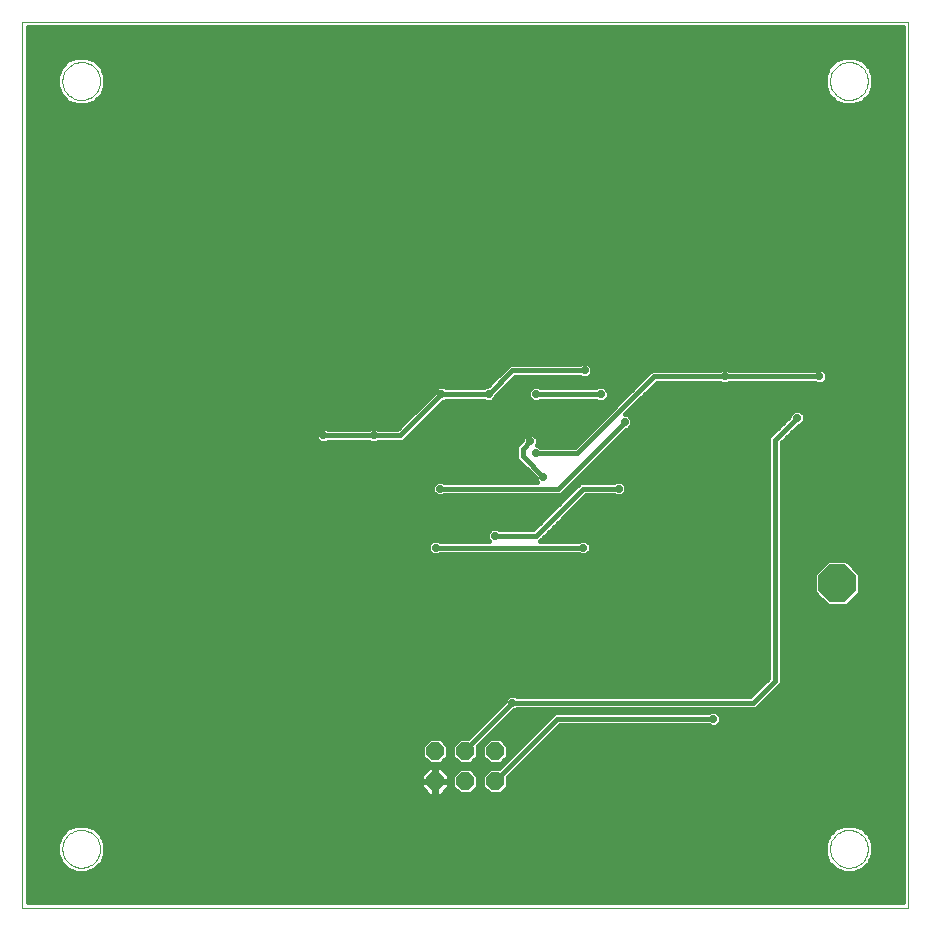
<source format=gbl>
G75*
G70*
%OFA0B0*%
%FSLAX24Y24*%
%IPPOS*%
%LPD*%
%AMOC8*
5,1,8,0,0,1.08239X$1,22.5*
%
%ADD10C,0.0000*%
%ADD11OC8,0.0600*%
%ADD12OC8,0.1250*%
%ADD13C,0.0160*%
%ADD14OC8,0.0240*%
D10*
X000637Y000574D02*
X030165Y000574D01*
X030165Y030101D01*
X000637Y030101D01*
X000637Y000574D01*
X001976Y002542D02*
X001978Y002592D01*
X001984Y002642D01*
X001994Y002691D01*
X002008Y002739D01*
X002025Y002786D01*
X002046Y002831D01*
X002071Y002875D01*
X002099Y002916D01*
X002131Y002955D01*
X002165Y002992D01*
X002202Y003026D01*
X002242Y003056D01*
X002284Y003083D01*
X002328Y003107D01*
X002374Y003128D01*
X002421Y003144D01*
X002469Y003157D01*
X002519Y003166D01*
X002568Y003171D01*
X002619Y003172D01*
X002669Y003169D01*
X002718Y003162D01*
X002767Y003151D01*
X002815Y003136D01*
X002861Y003118D01*
X002906Y003096D01*
X002949Y003070D01*
X002990Y003041D01*
X003029Y003009D01*
X003065Y002974D01*
X003097Y002936D01*
X003127Y002896D01*
X003154Y002853D01*
X003177Y002809D01*
X003196Y002763D01*
X003212Y002715D01*
X003224Y002666D01*
X003232Y002617D01*
X003236Y002567D01*
X003236Y002517D01*
X003232Y002467D01*
X003224Y002418D01*
X003212Y002369D01*
X003196Y002321D01*
X003177Y002275D01*
X003154Y002231D01*
X003127Y002188D01*
X003097Y002148D01*
X003065Y002110D01*
X003029Y002075D01*
X002990Y002043D01*
X002949Y002014D01*
X002906Y001988D01*
X002861Y001966D01*
X002815Y001948D01*
X002767Y001933D01*
X002718Y001922D01*
X002669Y001915D01*
X002619Y001912D01*
X002568Y001913D01*
X002519Y001918D01*
X002469Y001927D01*
X002421Y001940D01*
X002374Y001956D01*
X002328Y001977D01*
X002284Y002001D01*
X002242Y002028D01*
X002202Y002058D01*
X002165Y002092D01*
X002131Y002129D01*
X002099Y002168D01*
X002071Y002209D01*
X002046Y002253D01*
X002025Y002298D01*
X002008Y002345D01*
X001994Y002393D01*
X001984Y002442D01*
X001978Y002492D01*
X001976Y002542D01*
X001976Y028133D02*
X001978Y028183D01*
X001984Y028233D01*
X001994Y028282D01*
X002008Y028330D01*
X002025Y028377D01*
X002046Y028422D01*
X002071Y028466D01*
X002099Y028507D01*
X002131Y028546D01*
X002165Y028583D01*
X002202Y028617D01*
X002242Y028647D01*
X002284Y028674D01*
X002328Y028698D01*
X002374Y028719D01*
X002421Y028735D01*
X002469Y028748D01*
X002519Y028757D01*
X002568Y028762D01*
X002619Y028763D01*
X002669Y028760D01*
X002718Y028753D01*
X002767Y028742D01*
X002815Y028727D01*
X002861Y028709D01*
X002906Y028687D01*
X002949Y028661D01*
X002990Y028632D01*
X003029Y028600D01*
X003065Y028565D01*
X003097Y028527D01*
X003127Y028487D01*
X003154Y028444D01*
X003177Y028400D01*
X003196Y028354D01*
X003212Y028306D01*
X003224Y028257D01*
X003232Y028208D01*
X003236Y028158D01*
X003236Y028108D01*
X003232Y028058D01*
X003224Y028009D01*
X003212Y027960D01*
X003196Y027912D01*
X003177Y027866D01*
X003154Y027822D01*
X003127Y027779D01*
X003097Y027739D01*
X003065Y027701D01*
X003029Y027666D01*
X002990Y027634D01*
X002949Y027605D01*
X002906Y027579D01*
X002861Y027557D01*
X002815Y027539D01*
X002767Y027524D01*
X002718Y027513D01*
X002669Y027506D01*
X002619Y027503D01*
X002568Y027504D01*
X002519Y027509D01*
X002469Y027518D01*
X002421Y027531D01*
X002374Y027547D01*
X002328Y027568D01*
X002284Y027592D01*
X002242Y027619D01*
X002202Y027649D01*
X002165Y027683D01*
X002131Y027720D01*
X002099Y027759D01*
X002071Y027800D01*
X002046Y027844D01*
X002025Y027889D01*
X002008Y027936D01*
X001994Y027984D01*
X001984Y028033D01*
X001978Y028083D01*
X001976Y028133D01*
X027566Y028133D02*
X027568Y028183D01*
X027574Y028233D01*
X027584Y028282D01*
X027598Y028330D01*
X027615Y028377D01*
X027636Y028422D01*
X027661Y028466D01*
X027689Y028507D01*
X027721Y028546D01*
X027755Y028583D01*
X027792Y028617D01*
X027832Y028647D01*
X027874Y028674D01*
X027918Y028698D01*
X027964Y028719D01*
X028011Y028735D01*
X028059Y028748D01*
X028109Y028757D01*
X028158Y028762D01*
X028209Y028763D01*
X028259Y028760D01*
X028308Y028753D01*
X028357Y028742D01*
X028405Y028727D01*
X028451Y028709D01*
X028496Y028687D01*
X028539Y028661D01*
X028580Y028632D01*
X028619Y028600D01*
X028655Y028565D01*
X028687Y028527D01*
X028717Y028487D01*
X028744Y028444D01*
X028767Y028400D01*
X028786Y028354D01*
X028802Y028306D01*
X028814Y028257D01*
X028822Y028208D01*
X028826Y028158D01*
X028826Y028108D01*
X028822Y028058D01*
X028814Y028009D01*
X028802Y027960D01*
X028786Y027912D01*
X028767Y027866D01*
X028744Y027822D01*
X028717Y027779D01*
X028687Y027739D01*
X028655Y027701D01*
X028619Y027666D01*
X028580Y027634D01*
X028539Y027605D01*
X028496Y027579D01*
X028451Y027557D01*
X028405Y027539D01*
X028357Y027524D01*
X028308Y027513D01*
X028259Y027506D01*
X028209Y027503D01*
X028158Y027504D01*
X028109Y027509D01*
X028059Y027518D01*
X028011Y027531D01*
X027964Y027547D01*
X027918Y027568D01*
X027874Y027592D01*
X027832Y027619D01*
X027792Y027649D01*
X027755Y027683D01*
X027721Y027720D01*
X027689Y027759D01*
X027661Y027800D01*
X027636Y027844D01*
X027615Y027889D01*
X027598Y027936D01*
X027584Y027984D01*
X027574Y028033D01*
X027568Y028083D01*
X027566Y028133D01*
X027566Y002542D02*
X027568Y002592D01*
X027574Y002642D01*
X027584Y002691D01*
X027598Y002739D01*
X027615Y002786D01*
X027636Y002831D01*
X027661Y002875D01*
X027689Y002916D01*
X027721Y002955D01*
X027755Y002992D01*
X027792Y003026D01*
X027832Y003056D01*
X027874Y003083D01*
X027918Y003107D01*
X027964Y003128D01*
X028011Y003144D01*
X028059Y003157D01*
X028109Y003166D01*
X028158Y003171D01*
X028209Y003172D01*
X028259Y003169D01*
X028308Y003162D01*
X028357Y003151D01*
X028405Y003136D01*
X028451Y003118D01*
X028496Y003096D01*
X028539Y003070D01*
X028580Y003041D01*
X028619Y003009D01*
X028655Y002974D01*
X028687Y002936D01*
X028717Y002896D01*
X028744Y002853D01*
X028767Y002809D01*
X028786Y002763D01*
X028802Y002715D01*
X028814Y002666D01*
X028822Y002617D01*
X028826Y002567D01*
X028826Y002517D01*
X028822Y002467D01*
X028814Y002418D01*
X028802Y002369D01*
X028786Y002321D01*
X028767Y002275D01*
X028744Y002231D01*
X028717Y002188D01*
X028687Y002148D01*
X028655Y002110D01*
X028619Y002075D01*
X028580Y002043D01*
X028539Y002014D01*
X028496Y001988D01*
X028451Y001966D01*
X028405Y001948D01*
X028357Y001933D01*
X028308Y001922D01*
X028259Y001915D01*
X028209Y001912D01*
X028158Y001913D01*
X028109Y001918D01*
X028059Y001927D01*
X028011Y001940D01*
X027964Y001956D01*
X027918Y001977D01*
X027874Y002001D01*
X027832Y002028D01*
X027792Y002058D01*
X027755Y002092D01*
X027721Y002129D01*
X027689Y002168D01*
X027661Y002209D01*
X027636Y002253D01*
X027615Y002298D01*
X027598Y002345D01*
X027584Y002393D01*
X027574Y002442D01*
X027568Y002492D01*
X027566Y002542D01*
D11*
X016401Y004798D03*
X016401Y005798D03*
X015401Y005798D03*
X015401Y004798D03*
X014401Y004798D03*
X014401Y005798D03*
D12*
X027802Y011400D03*
D13*
X027245Y010876D02*
X025955Y010876D01*
X025955Y010718D02*
X027403Y010718D01*
X027485Y010635D02*
X028119Y010635D01*
X028567Y011084D01*
X028567Y011717D01*
X028119Y012165D01*
X027485Y012165D01*
X027037Y011717D01*
X027037Y011084D01*
X027485Y010635D01*
X027086Y011035D02*
X025955Y011035D01*
X025955Y011193D02*
X027037Y011193D01*
X027037Y011352D02*
X025955Y011352D01*
X025955Y011510D02*
X027037Y011510D01*
X027037Y011669D02*
X025955Y011669D01*
X025955Y011827D02*
X027147Y011827D01*
X027306Y011986D02*
X025955Y011986D01*
X025955Y012144D02*
X027464Y012144D01*
X028140Y012144D02*
X029985Y012144D01*
X029985Y011986D02*
X028299Y011986D01*
X028457Y011827D02*
X029985Y011827D01*
X029985Y011669D02*
X028567Y011669D01*
X028567Y011510D02*
X029985Y011510D01*
X029985Y011352D02*
X028567Y011352D01*
X028567Y011193D02*
X029985Y011193D01*
X029985Y011035D02*
X028518Y011035D01*
X028360Y010876D02*
X029985Y010876D01*
X029985Y010718D02*
X028201Y010718D01*
X029985Y010559D02*
X025955Y010559D01*
X025955Y010401D02*
X029985Y010401D01*
X029985Y010242D02*
X025955Y010242D01*
X025955Y010084D02*
X029985Y010084D01*
X029985Y009925D02*
X025955Y009925D01*
X025955Y009767D02*
X029985Y009767D01*
X029985Y009608D02*
X025955Y009608D01*
X025955Y009450D02*
X029985Y009450D01*
X029985Y009291D02*
X025955Y009291D01*
X025955Y009133D02*
X029985Y009133D01*
X029985Y008974D02*
X025955Y008974D01*
X025955Y008816D02*
X029985Y008816D01*
X029985Y008657D02*
X025955Y008657D01*
X025955Y008499D02*
X029985Y008499D01*
X029985Y008340D02*
X025955Y008340D01*
X025955Y008182D02*
X029985Y008182D01*
X029985Y008023D02*
X025917Y008023D01*
X025955Y008061D02*
X025955Y016083D01*
X026525Y016652D01*
X026581Y016652D01*
X026734Y016805D01*
X026734Y017020D01*
X026581Y017172D01*
X026366Y017172D01*
X026214Y017020D01*
X026214Y016963D01*
X025644Y016394D01*
X025515Y016265D01*
X025515Y008244D01*
X024906Y007634D01*
X017123Y007634D01*
X017083Y007674D01*
X016868Y007674D01*
X016716Y007522D01*
X016716Y007465D01*
X015488Y006238D01*
X015219Y006238D01*
X014961Y005980D01*
X014961Y005616D01*
X015219Y005358D01*
X015583Y005358D01*
X015841Y005616D01*
X015841Y005968D01*
X017027Y007154D01*
X017083Y007154D01*
X017123Y007194D01*
X025088Y007194D01*
X025955Y008061D01*
X025735Y008152D02*
X024997Y007414D01*
X016976Y007414D01*
X015401Y005839D01*
X015401Y005798D01*
X015712Y005487D02*
X016089Y005487D01*
X015961Y005616D02*
X016219Y005358D01*
X016583Y005358D01*
X016841Y005616D01*
X016841Y005980D01*
X016583Y006238D01*
X016219Y006238D01*
X015961Y005980D01*
X015961Y005616D01*
X015961Y005646D02*
X015841Y005646D01*
X015841Y005804D02*
X015961Y005804D01*
X015961Y005963D02*
X015841Y005963D01*
X015994Y006121D02*
X016102Y006121D01*
X016152Y006280D02*
X017571Y006280D01*
X017730Y006438D02*
X016311Y006438D01*
X016469Y006597D02*
X017888Y006597D01*
X018047Y006755D02*
X016628Y006755D01*
X016786Y006914D02*
X018205Y006914D01*
X018364Y007072D02*
X016945Y007072D01*
X016639Y007389D02*
X000817Y007389D01*
X000817Y007231D02*
X016481Y007231D01*
X016322Y007072D02*
X000817Y007072D01*
X000817Y006914D02*
X016164Y006914D01*
X016005Y006755D02*
X000817Y006755D01*
X000817Y006597D02*
X015847Y006597D01*
X015688Y006438D02*
X000817Y006438D01*
X000817Y006280D02*
X015530Y006280D01*
X015102Y006121D02*
X014700Y006121D01*
X014583Y006238D02*
X014219Y006238D01*
X013961Y005980D01*
X013961Y005616D01*
X014219Y005358D01*
X014583Y005358D01*
X014841Y005616D01*
X014841Y005980D01*
X014583Y006238D01*
X014841Y005963D02*
X014961Y005963D01*
X014961Y005804D02*
X014841Y005804D01*
X014841Y005646D02*
X014961Y005646D01*
X015089Y005487D02*
X014712Y005487D01*
X014600Y005278D02*
X014421Y005278D01*
X014421Y004818D01*
X014881Y004818D01*
X014881Y004997D01*
X014600Y005278D01*
X014707Y005170D02*
X015151Y005170D01*
X015219Y005238D02*
X014961Y004980D01*
X014961Y004616D01*
X015219Y004358D01*
X015583Y004358D01*
X015841Y004616D01*
X015841Y004980D01*
X015583Y005238D01*
X015219Y005238D01*
X014992Y005012D02*
X014866Y005012D01*
X014881Y004853D02*
X014961Y004853D01*
X014881Y004778D02*
X014421Y004778D01*
X014421Y004818D01*
X014381Y004818D01*
X014381Y005278D01*
X014202Y005278D01*
X013921Y004997D01*
X013921Y004818D01*
X014381Y004818D01*
X014381Y004778D01*
X014421Y004778D01*
X014421Y004318D01*
X014600Y004318D01*
X014881Y004599D01*
X014881Y004778D01*
X014881Y004695D02*
X014961Y004695D01*
X015040Y004536D02*
X014818Y004536D01*
X014659Y004378D02*
X015199Y004378D01*
X015603Y004378D02*
X016199Y004378D01*
X016219Y004358D02*
X016583Y004358D01*
X016841Y004616D01*
X016841Y004927D01*
X018567Y006653D01*
X023521Y006653D01*
X023561Y006613D01*
X023776Y006613D01*
X023928Y006765D01*
X023928Y006981D01*
X023776Y007133D01*
X023561Y007133D01*
X023521Y007093D01*
X018384Y007093D01*
X016530Y005238D01*
X016219Y005238D01*
X015961Y004980D01*
X015961Y004616D01*
X016219Y004358D01*
X016040Y004536D02*
X015761Y004536D01*
X015841Y004695D02*
X015961Y004695D01*
X015961Y004853D02*
X015841Y004853D01*
X015809Y005012D02*
X015992Y005012D01*
X016151Y005170D02*
X015651Y005170D01*
X016401Y004798D02*
X018476Y006873D01*
X023668Y006873D01*
X023837Y007072D02*
X029985Y007072D01*
X029985Y006914D02*
X023928Y006914D01*
X023918Y006755D02*
X029985Y006755D01*
X029985Y006597D02*
X018511Y006597D01*
X018352Y006438D02*
X029985Y006438D01*
X029985Y006280D02*
X018194Y006280D01*
X018035Y006121D02*
X029985Y006121D01*
X029985Y005963D02*
X017877Y005963D01*
X017718Y005804D02*
X029985Y005804D01*
X029985Y005646D02*
X017560Y005646D01*
X017401Y005487D02*
X029985Y005487D01*
X029985Y005329D02*
X017243Y005329D01*
X017084Y005170D02*
X029985Y005170D01*
X029985Y005012D02*
X016926Y005012D01*
X016841Y004853D02*
X029985Y004853D01*
X029985Y004695D02*
X016841Y004695D01*
X016761Y004536D02*
X029985Y004536D01*
X029985Y004378D02*
X016603Y004378D01*
X016620Y005329D02*
X000817Y005329D01*
X000817Y005487D02*
X014089Y005487D01*
X013961Y005646D02*
X000817Y005646D01*
X000817Y005804D02*
X013961Y005804D01*
X013961Y005963D02*
X000817Y005963D01*
X000817Y006121D02*
X014102Y006121D01*
X014094Y005170D02*
X000817Y005170D01*
X000817Y005012D02*
X013936Y005012D01*
X013921Y004853D02*
X000817Y004853D01*
X000817Y004695D02*
X013921Y004695D01*
X013921Y004778D02*
X013921Y004599D01*
X014202Y004318D01*
X014381Y004318D01*
X014381Y004778D01*
X013921Y004778D01*
X013984Y004536D02*
X000817Y004536D01*
X000817Y004378D02*
X014142Y004378D01*
X014381Y004378D02*
X014421Y004378D01*
X014421Y004536D02*
X014381Y004536D01*
X014381Y004695D02*
X014421Y004695D01*
X014421Y004853D02*
X014381Y004853D01*
X014381Y005012D02*
X014421Y005012D01*
X014421Y005170D02*
X014381Y005170D01*
X016712Y005487D02*
X016779Y005487D01*
X016841Y005646D02*
X016937Y005646D01*
X016841Y005804D02*
X017096Y005804D01*
X017254Y005963D02*
X016841Y005963D01*
X016700Y006121D02*
X017413Y006121D01*
X016741Y007548D02*
X000817Y007548D01*
X000817Y007706D02*
X024978Y007706D01*
X025137Y007865D02*
X000817Y007865D01*
X000817Y008023D02*
X025295Y008023D01*
X025454Y008182D02*
X000817Y008182D01*
X000817Y008340D02*
X025515Y008340D01*
X025515Y008499D02*
X000817Y008499D01*
X000817Y008657D02*
X025515Y008657D01*
X025515Y008816D02*
X000817Y008816D01*
X000817Y008974D02*
X025515Y008974D01*
X025515Y009133D02*
X000817Y009133D01*
X000817Y009291D02*
X025515Y009291D01*
X025515Y009450D02*
X000817Y009450D01*
X000817Y009608D02*
X025515Y009608D01*
X025515Y009767D02*
X000817Y009767D01*
X000817Y009925D02*
X025515Y009925D01*
X025515Y010084D02*
X000817Y010084D01*
X000817Y010242D02*
X025515Y010242D01*
X025515Y010401D02*
X000817Y010401D01*
X000817Y010559D02*
X025515Y010559D01*
X025515Y010718D02*
X000817Y010718D01*
X000817Y010876D02*
X025515Y010876D01*
X025515Y011035D02*
X000817Y011035D01*
X000817Y011193D02*
X025515Y011193D01*
X025515Y011352D02*
X000817Y011352D01*
X000817Y011510D02*
X025515Y011510D01*
X025515Y011669D02*
X000817Y011669D01*
X000817Y011827D02*
X025515Y011827D01*
X025515Y011986D02*
X000817Y011986D01*
X000817Y012144D02*
X025515Y012144D01*
X025515Y012303D02*
X000817Y012303D01*
X000817Y012461D02*
X014169Y012461D01*
X014157Y012474D02*
X014309Y012322D01*
X014524Y012322D01*
X014564Y012362D01*
X019190Y012362D01*
X019230Y012322D01*
X019445Y012322D01*
X019598Y012474D01*
X019598Y012689D01*
X019445Y012842D01*
X019230Y012842D01*
X019190Y012802D01*
X017900Y012802D01*
X017983Y012884D01*
X019429Y014330D01*
X020371Y014330D01*
X020411Y014290D01*
X020627Y014290D01*
X020779Y014442D01*
X020779Y014658D01*
X020627Y014810D01*
X020411Y014810D01*
X020371Y014770D01*
X019247Y014770D01*
X017672Y013195D01*
X016533Y013195D01*
X016493Y013235D01*
X016277Y013235D01*
X016125Y013083D01*
X016125Y012868D01*
X016191Y012802D01*
X014564Y012802D01*
X014524Y012842D01*
X014309Y012842D01*
X014157Y012689D01*
X014157Y012474D01*
X014157Y012620D02*
X000817Y012620D01*
X000817Y012778D02*
X014245Y012778D01*
X014417Y012582D02*
X019338Y012582D01*
X019509Y012778D02*
X025515Y012778D01*
X025515Y012620D02*
X019598Y012620D01*
X019585Y012461D02*
X025515Y012461D01*
X025955Y012461D02*
X029985Y012461D01*
X029985Y012303D02*
X025955Y012303D01*
X025955Y012620D02*
X029985Y012620D01*
X029985Y012778D02*
X025955Y012778D01*
X025955Y012937D02*
X029985Y012937D01*
X029985Y013095D02*
X025955Y013095D01*
X025955Y013254D02*
X029985Y013254D01*
X029985Y013412D02*
X025955Y013412D01*
X025955Y013571D02*
X029985Y013571D01*
X029985Y013729D02*
X025955Y013729D01*
X025955Y013888D02*
X029985Y013888D01*
X029985Y014046D02*
X025955Y014046D01*
X025955Y014205D02*
X029985Y014205D01*
X029985Y014363D02*
X025955Y014363D01*
X025955Y014522D02*
X029985Y014522D01*
X029985Y014680D02*
X025955Y014680D01*
X025955Y014839D02*
X029985Y014839D01*
X029985Y014997D02*
X025955Y014997D01*
X025955Y015156D02*
X029985Y015156D01*
X029985Y015314D02*
X025955Y015314D01*
X025955Y015473D02*
X029985Y015473D01*
X029985Y015631D02*
X025955Y015631D01*
X025955Y015790D02*
X029985Y015790D01*
X029985Y015948D02*
X025955Y015948D01*
X025979Y016107D02*
X029985Y016107D01*
X029985Y016265D02*
X026138Y016265D01*
X026296Y016424D02*
X029985Y016424D01*
X029985Y016582D02*
X026455Y016582D01*
X026670Y016741D02*
X029985Y016741D01*
X029985Y016899D02*
X026734Y016899D01*
X026696Y017058D02*
X029985Y017058D01*
X029985Y017216D02*
X020937Y017216D01*
X020823Y017025D02*
X020746Y017025D01*
X021791Y018070D01*
X023914Y018070D01*
X023954Y018030D01*
X024170Y018030D01*
X024210Y018070D01*
X027064Y018070D01*
X027104Y018030D01*
X027319Y018030D01*
X027472Y018183D01*
X027472Y018398D01*
X027319Y018550D01*
X027104Y018550D01*
X027064Y018510D01*
X024210Y018510D01*
X024170Y018550D01*
X023954Y018550D01*
X023914Y018510D01*
X021609Y018510D01*
X019050Y015951D01*
X017911Y015951D01*
X017871Y015991D01*
X017800Y015991D01*
X017826Y016017D01*
X017826Y016233D01*
X017674Y016385D01*
X017458Y016385D01*
X017306Y016233D01*
X017306Y016176D01*
X017229Y016099D01*
X017100Y015970D01*
X017100Y015542D01*
X017749Y014893D01*
X017749Y014836D01*
X017815Y014770D01*
X014712Y014770D01*
X014672Y014810D01*
X014456Y014810D01*
X014304Y014658D01*
X014304Y014442D01*
X014456Y014290D01*
X014672Y014290D01*
X014712Y014330D01*
X018592Y014330D01*
X020767Y016505D01*
X020823Y016505D01*
X020976Y016657D01*
X020976Y016872D01*
X020823Y017025D01*
X020779Y017058D02*
X026251Y017058D01*
X026149Y016899D02*
X020949Y016899D01*
X020976Y016741D02*
X025991Y016741D01*
X025832Y016582D02*
X020901Y016582D01*
X020716Y016765D02*
X018501Y014550D01*
X014564Y014550D01*
X014383Y014363D02*
X000817Y014363D01*
X000817Y014205D02*
X018681Y014205D01*
X018625Y014363D02*
X018840Y014363D01*
X018784Y014522D02*
X018998Y014522D01*
X018942Y014680D02*
X019157Y014680D01*
X019101Y014839D02*
X025515Y014839D01*
X025515Y014997D02*
X019259Y014997D01*
X019418Y015156D02*
X025515Y015156D01*
X025515Y015314D02*
X019576Y015314D01*
X019735Y015473D02*
X025515Y015473D01*
X025515Y015631D02*
X019893Y015631D01*
X020052Y015790D02*
X025515Y015790D01*
X025515Y015948D02*
X020210Y015948D01*
X020369Y016107D02*
X025515Y016107D01*
X025515Y016265D02*
X020527Y016265D01*
X020686Y016424D02*
X025674Y016424D01*
X025644Y016394D02*
X025644Y016394D01*
X025735Y016174D02*
X025735Y008152D01*
X025759Y007865D02*
X029985Y007865D01*
X029985Y007706D02*
X025600Y007706D01*
X025442Y007548D02*
X029985Y007548D01*
X029985Y007389D02*
X025283Y007389D01*
X025125Y007231D02*
X029985Y007231D01*
X029985Y004219D02*
X000817Y004219D01*
X000817Y004061D02*
X029985Y004061D01*
X029985Y003902D02*
X000817Y003902D01*
X000817Y003744D02*
X029985Y003744D01*
X029985Y003585D02*
X000817Y003585D01*
X000817Y003427D02*
X029985Y003427D01*
X029985Y003268D02*
X028560Y003268D01*
X028655Y003229D02*
X028357Y003352D01*
X028035Y003352D01*
X027737Y003229D01*
X027509Y003001D01*
X027386Y002703D01*
X027386Y002381D01*
X027509Y002083D01*
X027737Y001856D01*
X028035Y001732D01*
X028357Y001732D01*
X028655Y001856D01*
X028883Y002083D01*
X029006Y002381D01*
X029006Y002703D01*
X028883Y003001D01*
X028655Y003229D01*
X028774Y003110D02*
X029985Y003110D01*
X029985Y002951D02*
X028903Y002951D01*
X028969Y002793D02*
X029985Y002793D01*
X029985Y002634D02*
X029006Y002634D01*
X029006Y002476D02*
X029985Y002476D01*
X029985Y002317D02*
X028980Y002317D01*
X028914Y002159D02*
X029985Y002159D01*
X029985Y002000D02*
X028799Y002000D01*
X028621Y001842D02*
X029985Y001842D01*
X029985Y001683D02*
X000817Y001683D01*
X000817Y001525D02*
X029985Y001525D01*
X029985Y001366D02*
X000817Y001366D01*
X000817Y001208D02*
X029985Y001208D01*
X029985Y001049D02*
X000817Y001049D01*
X000817Y000891D02*
X029985Y000891D01*
X029985Y000754D02*
X000817Y000754D01*
X000817Y029921D01*
X029985Y029921D01*
X029985Y000754D01*
X027771Y001842D02*
X003031Y001842D01*
X003064Y001856D02*
X003292Y002083D01*
X003415Y002381D01*
X003415Y002703D01*
X003292Y003001D01*
X003064Y003229D01*
X002767Y003352D01*
X002444Y003352D01*
X002147Y003229D01*
X001919Y003001D01*
X001796Y002703D01*
X001796Y002381D01*
X001919Y002083D01*
X002147Y001856D01*
X002444Y001732D01*
X002767Y001732D01*
X003064Y001856D01*
X003209Y002000D02*
X027593Y002000D01*
X027478Y002159D02*
X003323Y002159D01*
X003389Y002317D02*
X027413Y002317D01*
X027386Y002476D02*
X003415Y002476D01*
X003415Y002634D02*
X027386Y002634D01*
X027423Y002793D02*
X003378Y002793D01*
X003313Y002951D02*
X027489Y002951D01*
X027618Y003110D02*
X003183Y003110D01*
X002969Y003268D02*
X027832Y003268D01*
X025515Y012937D02*
X018036Y012937D01*
X018194Y013095D02*
X025515Y013095D01*
X025515Y013254D02*
X018353Y013254D01*
X018511Y013412D02*
X025515Y013412D01*
X025515Y013571D02*
X018670Y013571D01*
X018828Y013729D02*
X025515Y013729D01*
X025515Y013888D02*
X018987Y013888D01*
X019145Y014046D02*
X025515Y014046D01*
X025515Y014205D02*
X019304Y014205D01*
X019338Y014550D02*
X017763Y012975D01*
X016385Y012975D01*
X016125Y012937D02*
X000817Y012937D01*
X000817Y013095D02*
X016137Y013095D01*
X017730Y013254D02*
X000817Y013254D01*
X000817Y013412D02*
X017889Y013412D01*
X018047Y013571D02*
X000817Y013571D01*
X000817Y013729D02*
X018206Y013729D01*
X018364Y013888D02*
X000817Y013888D01*
X000817Y014046D02*
X018523Y014046D01*
X019338Y014550D02*
X020519Y014550D01*
X020700Y014363D02*
X025515Y014363D01*
X025515Y014522D02*
X020779Y014522D01*
X020756Y014680D02*
X025515Y014680D01*
X025735Y016174D02*
X026474Y016912D01*
X027212Y018290D02*
X024062Y018290D01*
X021700Y018290D01*
X019141Y015731D01*
X017763Y015731D01*
X017826Y016107D02*
X019205Y016107D01*
X019364Y016265D02*
X017793Y016265D01*
X017566Y016125D02*
X017320Y015879D01*
X017320Y015633D01*
X018009Y014944D01*
X017749Y014839D02*
X000817Y014839D01*
X000817Y014997D02*
X017644Y014997D01*
X017486Y015156D02*
X000817Y015156D01*
X000817Y015314D02*
X017327Y015314D01*
X017169Y015473D02*
X000817Y015473D01*
X000817Y015631D02*
X017100Y015631D01*
X017100Y015790D02*
X000817Y015790D01*
X000817Y015948D02*
X017100Y015948D01*
X017237Y016107D02*
X013332Y016107D01*
X013327Y016102D02*
X014665Y017440D01*
X014721Y017440D01*
X014761Y017480D01*
X016040Y017480D01*
X016080Y017440D01*
X016296Y017440D01*
X016448Y017592D01*
X016448Y017649D01*
X017067Y018267D01*
X019239Y018267D01*
X019279Y018227D01*
X019495Y018227D01*
X019647Y018379D01*
X019647Y018595D01*
X019495Y018747D01*
X019279Y018747D01*
X019239Y018707D01*
X016884Y018707D01*
X016137Y017960D01*
X016080Y017960D01*
X016040Y017920D01*
X014761Y017920D01*
X014721Y017960D01*
X014506Y017960D01*
X014353Y017807D01*
X014353Y017751D01*
X013144Y016542D01*
X012497Y016542D01*
X012457Y016582D01*
X012242Y016582D01*
X012202Y016542D01*
X010824Y016542D01*
X010784Y016582D01*
X010569Y016582D01*
X010416Y016429D01*
X010416Y016214D01*
X010569Y016062D01*
X010784Y016062D01*
X010824Y016102D01*
X012202Y016102D01*
X012242Y016062D01*
X012457Y016062D01*
X012497Y016102D01*
X013327Y016102D01*
X013490Y016265D02*
X017339Y016265D01*
X017655Y017440D02*
X017871Y017440D01*
X017911Y017480D01*
X019781Y017480D01*
X019821Y017440D01*
X020036Y017440D01*
X020188Y017592D01*
X020188Y017807D01*
X020036Y017960D01*
X019821Y017960D01*
X019781Y017920D01*
X017911Y017920D01*
X017871Y017960D01*
X017655Y017960D01*
X017503Y017807D01*
X017503Y017592D01*
X017655Y017440D01*
X017562Y017533D02*
X016389Y017533D01*
X016491Y017692D02*
X017503Y017692D01*
X017546Y017850D02*
X016650Y017850D01*
X016808Y018009D02*
X021107Y018009D01*
X020949Y017850D02*
X020145Y017850D01*
X020188Y017692D02*
X020790Y017692D01*
X020632Y017533D02*
X020130Y017533D01*
X019928Y017700D02*
X017763Y017700D01*
X016967Y018167D02*
X021266Y018167D01*
X021424Y018326D02*
X019593Y018326D01*
X019647Y018484D02*
X021583Y018484D01*
X021730Y018009D02*
X029985Y018009D01*
X029985Y018167D02*
X027456Y018167D01*
X027472Y018326D02*
X029985Y018326D01*
X029985Y018484D02*
X027386Y018484D01*
X029985Y018643D02*
X019599Y018643D01*
X019387Y018487D02*
X016976Y018487D01*
X016188Y017700D01*
X014613Y017700D01*
X013235Y016322D01*
X012350Y016322D01*
X010676Y016322D01*
X010524Y016107D02*
X000817Y016107D01*
X000817Y016265D02*
X010416Y016265D01*
X010416Y016424D02*
X000817Y016424D01*
X000817Y016582D02*
X013185Y016582D01*
X013343Y016741D02*
X000817Y016741D01*
X000817Y016899D02*
X013502Y016899D01*
X013660Y017058D02*
X000817Y017058D01*
X000817Y017216D02*
X013819Y017216D01*
X013977Y017375D02*
X000817Y017375D01*
X000817Y017533D02*
X014136Y017533D01*
X014294Y017692D02*
X000817Y017692D01*
X000817Y017850D02*
X014396Y017850D01*
X014600Y017375D02*
X020473Y017375D01*
X020315Y017216D02*
X014441Y017216D01*
X014283Y017058D02*
X020156Y017058D01*
X019998Y016899D02*
X014124Y016899D01*
X013966Y016741D02*
X019839Y016741D01*
X019681Y016582D02*
X013807Y016582D01*
X013649Y016424D02*
X019522Y016424D01*
X021096Y017375D02*
X029985Y017375D01*
X029985Y017533D02*
X021254Y017533D01*
X021413Y017692D02*
X029985Y017692D01*
X029985Y017850D02*
X021571Y017850D01*
X016820Y018643D02*
X000817Y018643D01*
X000817Y018801D02*
X029985Y018801D01*
X029985Y018960D02*
X000817Y018960D01*
X000817Y019118D02*
X029985Y019118D01*
X029985Y019277D02*
X000817Y019277D01*
X000817Y019435D02*
X029985Y019435D01*
X029985Y019594D02*
X000817Y019594D01*
X000817Y019752D02*
X029985Y019752D01*
X029985Y019911D02*
X000817Y019911D01*
X000817Y020069D02*
X029985Y020069D01*
X029985Y020228D02*
X000817Y020228D01*
X000817Y020386D02*
X029985Y020386D01*
X029985Y020545D02*
X000817Y020545D01*
X000817Y020703D02*
X029985Y020703D01*
X029985Y020862D02*
X000817Y020862D01*
X000817Y021020D02*
X029985Y021020D01*
X029985Y021179D02*
X000817Y021179D01*
X000817Y021337D02*
X029985Y021337D01*
X029985Y021496D02*
X000817Y021496D01*
X000817Y021654D02*
X029985Y021654D01*
X029985Y021813D02*
X000817Y021813D01*
X000817Y021971D02*
X029985Y021971D01*
X029985Y022130D02*
X000817Y022130D01*
X000817Y022288D02*
X029985Y022288D01*
X029985Y022447D02*
X000817Y022447D01*
X000817Y022605D02*
X029985Y022605D01*
X029985Y022764D02*
X000817Y022764D01*
X000817Y022922D02*
X029985Y022922D01*
X029985Y023081D02*
X000817Y023081D01*
X000817Y023239D02*
X029985Y023239D01*
X029985Y023398D02*
X000817Y023398D01*
X000817Y023556D02*
X029985Y023556D01*
X029985Y023715D02*
X000817Y023715D01*
X000817Y023873D02*
X029985Y023873D01*
X029985Y024032D02*
X000817Y024032D01*
X000817Y024190D02*
X029985Y024190D01*
X029985Y024349D02*
X000817Y024349D01*
X000817Y024507D02*
X029985Y024507D01*
X029985Y024666D02*
X000817Y024666D01*
X000817Y024824D02*
X029985Y024824D01*
X029985Y024983D02*
X000817Y024983D01*
X000817Y025141D02*
X029985Y025141D01*
X029985Y025300D02*
X000817Y025300D01*
X000817Y025458D02*
X029985Y025458D01*
X029985Y025617D02*
X000817Y025617D01*
X000817Y025775D02*
X029985Y025775D01*
X029985Y025934D02*
X000817Y025934D01*
X000817Y026092D02*
X029985Y026092D01*
X029985Y026251D02*
X000817Y026251D01*
X000817Y026409D02*
X029985Y026409D01*
X029985Y026568D02*
X000817Y026568D01*
X000817Y026726D02*
X029985Y026726D01*
X029985Y026885D02*
X000817Y026885D01*
X000817Y027043D02*
X029985Y027043D01*
X029985Y027202D02*
X000817Y027202D01*
X000817Y027360D02*
X002354Y027360D01*
X002444Y027323D02*
X002767Y027323D01*
X003064Y027446D01*
X003292Y027674D01*
X003415Y027972D01*
X003415Y028294D01*
X003292Y028592D01*
X003064Y028819D01*
X002767Y028943D01*
X002444Y028943D01*
X002147Y028819D01*
X001919Y028592D01*
X001796Y028294D01*
X001796Y027972D01*
X001919Y027674D01*
X002147Y027446D01*
X002444Y027323D01*
X002074Y027519D02*
X000817Y027519D01*
X000817Y027677D02*
X001918Y027677D01*
X001852Y027836D02*
X000817Y027836D01*
X000817Y027994D02*
X001796Y027994D01*
X001796Y028153D02*
X000817Y028153D01*
X000817Y028311D02*
X001803Y028311D01*
X001868Y028470D02*
X000817Y028470D01*
X000817Y028628D02*
X001956Y028628D01*
X002114Y028787D02*
X000817Y028787D01*
X000817Y028945D02*
X029985Y028945D01*
X029985Y028787D02*
X028687Y028787D01*
X028655Y028819D02*
X028357Y028943D01*
X028035Y028943D01*
X027737Y028819D01*
X027509Y028592D01*
X027386Y028294D01*
X027386Y027972D01*
X027509Y027674D01*
X027737Y027446D01*
X028035Y027323D01*
X028357Y027323D01*
X028655Y027446D01*
X028883Y027674D01*
X029006Y027972D01*
X029006Y028294D01*
X028883Y028592D01*
X028655Y028819D01*
X028846Y028628D02*
X029985Y028628D01*
X029985Y028470D02*
X028933Y028470D01*
X028999Y028311D02*
X029985Y028311D01*
X029985Y028153D02*
X029006Y028153D01*
X029006Y027994D02*
X029985Y027994D01*
X029985Y027836D02*
X028950Y027836D01*
X028884Y027677D02*
X029985Y027677D01*
X029985Y027519D02*
X028727Y027519D01*
X028447Y027360D02*
X029985Y027360D01*
X029985Y029104D02*
X000817Y029104D01*
X000817Y029262D02*
X029985Y029262D01*
X029985Y029421D02*
X000817Y029421D01*
X000817Y029579D02*
X029985Y029579D01*
X029985Y029738D02*
X000817Y029738D01*
X000817Y029896D02*
X029985Y029896D01*
X027705Y028787D02*
X003097Y028787D01*
X003255Y028628D02*
X027546Y028628D01*
X027459Y028470D02*
X003343Y028470D01*
X003408Y028311D02*
X027393Y028311D01*
X027386Y028153D02*
X003415Y028153D01*
X003415Y027994D02*
X027386Y027994D01*
X027442Y027836D02*
X003359Y027836D01*
X003293Y027677D02*
X027508Y027677D01*
X027665Y027519D02*
X003137Y027519D01*
X002857Y027360D02*
X027945Y027360D01*
X016662Y018484D02*
X000817Y018484D01*
X000817Y018326D02*
X016503Y018326D01*
X016345Y018167D02*
X000817Y018167D01*
X000817Y018009D02*
X016186Y018009D01*
X014327Y014680D02*
X000817Y014680D01*
X000817Y014522D02*
X014304Y014522D01*
X002242Y003268D02*
X000817Y003268D01*
X000817Y003110D02*
X002028Y003110D01*
X001898Y002951D02*
X000817Y002951D01*
X000817Y002793D02*
X001833Y002793D01*
X001796Y002634D02*
X000817Y002634D01*
X000817Y002476D02*
X001796Y002476D01*
X001822Y002317D02*
X000817Y002317D01*
X000817Y002159D02*
X001888Y002159D01*
X002002Y002000D02*
X000817Y002000D01*
X000817Y001842D02*
X002180Y001842D01*
D14*
X014417Y012582D03*
X014564Y014550D03*
X015401Y015337D03*
X017566Y016125D03*
X017763Y015731D03*
X018009Y014944D03*
X016385Y012975D03*
X019338Y012582D03*
X020125Y012975D03*
X020519Y014550D03*
X020716Y016765D03*
X019928Y017700D03*
X019387Y018487D03*
X017763Y017700D03*
X016188Y017700D03*
X014613Y017700D03*
X012350Y016322D03*
X010676Y016322D03*
X015401Y021046D03*
X024062Y018290D03*
X026474Y016912D03*
X027212Y018290D03*
X016976Y007414D03*
X023668Y006873D03*
X003983Y015141D03*
M02*

</source>
